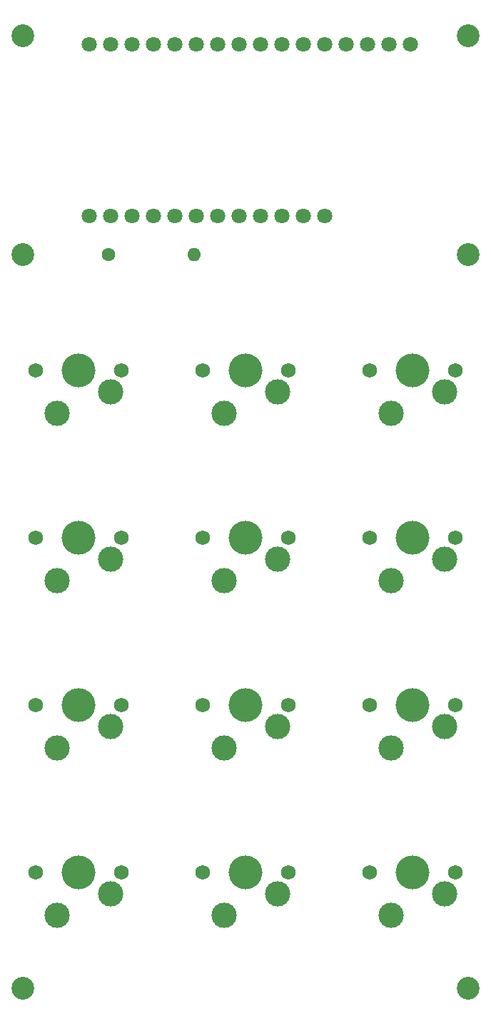
<source format=gbr>
%TF.GenerationSoftware,KiCad,Pcbnew,5.99.0-1.20210824gita02ea16.fc34*%
%TF.CreationDate,2021-08-29T08:53:44+03:00*%
%TF.ProjectId,Macropad,4d616372-6f70-4616-942e-6b696361645f,rev?*%
%TF.SameCoordinates,Original*%
%TF.FileFunction,Soldermask,Top*%
%TF.FilePolarity,Negative*%
%FSLAX46Y46*%
G04 Gerber Fmt 4.6, Leading zero omitted, Abs format (unit mm)*
G04 Created by KiCad (PCBNEW 5.99.0-1.20210824gita02ea16.fc34) date 2021-08-29 08:53:44*
%MOMM*%
%LPD*%
G01*
G04 APERTURE LIST*
%ADD10C,1.600000*%
%ADD11O,1.600000X1.600000*%
%ADD12C,3.000000*%
%ADD13C,1.750000*%
%ADD14C,4.000000*%
%ADD15C,2.700000*%
%ADD16C,1.800000*%
G04 APERTURE END LIST*
D10*
%TO.C,RLED1*%
X92456000Y-52832000D03*
D11*
X102616000Y-52832000D03*
%TD*%
D12*
%TO.C,SW1*%
X92710000Y-69088000D03*
D13*
X93980000Y-66548000D03*
D14*
X88900000Y-66548000D03*
D13*
X83820000Y-66548000D03*
D12*
X86360000Y-71628000D03*
%TD*%
D14*
%TO.C,SW2*%
X108712000Y-66548000D03*
D13*
X103632000Y-66548000D03*
X113792000Y-66548000D03*
D12*
X106172000Y-71628000D03*
X112522000Y-69088000D03*
%TD*%
D13*
%TO.C,SW3*%
X123444000Y-66548000D03*
D12*
X132334000Y-69088000D03*
D13*
X133604000Y-66548000D03*
D14*
X128524000Y-66548000D03*
D12*
X125984000Y-71628000D03*
%TD*%
D13*
%TO.C,SW4*%
X83820000Y-86360000D03*
D12*
X86360000Y-91440000D03*
D14*
X88900000Y-86360000D03*
D12*
X92710000Y-88900000D03*
D13*
X93980000Y-86360000D03*
%TD*%
%TO.C,SW5*%
X113792000Y-86360000D03*
D12*
X106172000Y-91440000D03*
D13*
X103632000Y-86360000D03*
D12*
X112522000Y-88900000D03*
D14*
X108712000Y-86360000D03*
%TD*%
D12*
%TO.C,SW6*%
X132334000Y-88900000D03*
D13*
X123444000Y-86360000D03*
D12*
X125984000Y-91440000D03*
D14*
X128524000Y-86360000D03*
D13*
X133604000Y-86360000D03*
%TD*%
%TO.C,SW7*%
X93980000Y-106172000D03*
X83820000Y-106172000D03*
D12*
X86360000Y-111252000D03*
D14*
X88900000Y-106172000D03*
D12*
X92710000Y-108712000D03*
%TD*%
%TO.C,SW8*%
X112522000Y-108712000D03*
D13*
X103632000Y-106172000D03*
X113792000Y-106172000D03*
D12*
X106172000Y-111252000D03*
D14*
X108712000Y-106172000D03*
%TD*%
%TO.C,SW9*%
X128524000Y-106172000D03*
D13*
X133604000Y-106172000D03*
D12*
X125984000Y-111252000D03*
X132334000Y-108712000D03*
D13*
X123444000Y-106172000D03*
%TD*%
D14*
%TO.C,SW10*%
X88900000Y-125984000D03*
D12*
X86360000Y-131064000D03*
X92710000Y-128524000D03*
D13*
X83820000Y-125984000D03*
X93980000Y-125984000D03*
%TD*%
D14*
%TO.C,SW11*%
X108712000Y-125984000D03*
D12*
X106172000Y-131064000D03*
D13*
X103632000Y-125984000D03*
D12*
X112522000Y-128524000D03*
D13*
X113792000Y-125984000D03*
%TD*%
%TO.C,SW12*%
X133604000Y-125984000D03*
D14*
X128524000Y-125984000D03*
D13*
X123444000Y-125984000D03*
D12*
X132334000Y-128524000D03*
X125984000Y-131064000D03*
%TD*%
D15*
%TO.C,REF\u002A\u002A*%
X135128000Y-52832000D03*
%TD*%
%TO.C,REF\u002A\u002A*%
X82296000Y-52832000D03*
%TD*%
%TO.C,REF\u002A\u002A*%
X82296000Y-139700000D03*
%TD*%
%TO.C,REF\u002A\u002A*%
X135128000Y-139700000D03*
%TD*%
%TO.C,REF\u002A\u002A*%
X82296000Y-26924000D03*
%TD*%
D16*
%TO.C,MCU1*%
X128270000Y-27940000D03*
X125730000Y-27940000D03*
X123190000Y-27940000D03*
X120650000Y-27940000D03*
X118110000Y-27940000D03*
X115570000Y-27940000D03*
X113030000Y-27940000D03*
X110490000Y-27940000D03*
X107950000Y-27940000D03*
X105410000Y-27940000D03*
X102870000Y-27940000D03*
X100330000Y-27940000D03*
X97790000Y-27940000D03*
X95250000Y-27940000D03*
X92710000Y-27940000D03*
X90170000Y-27940000D03*
X90170000Y-48260000D03*
X92710000Y-48260000D03*
X95250000Y-48260000D03*
X97790000Y-48260000D03*
X100330000Y-48260000D03*
X102870000Y-48260000D03*
X105410000Y-48260000D03*
X107950000Y-48260000D03*
X110490000Y-48260000D03*
X113030000Y-48260000D03*
X115570000Y-48260000D03*
X118110000Y-48260000D03*
%TD*%
D15*
%TO.C,REF\u002A\u002A*%
X135128000Y-26924000D03*
%TD*%
M02*

</source>
